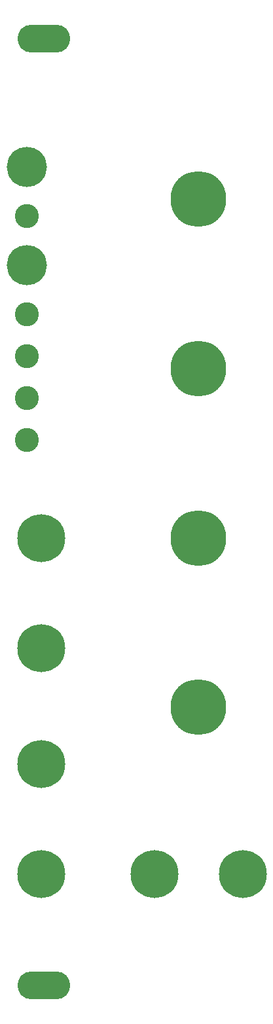
<source format=gbr>
%TF.GenerationSoftware,KiCad,Pcbnew,(6.0.0)*%
%TF.CreationDate,2022-12-11T11:54:41+01:00*%
%TF.ProjectId,Apeks Panel,4170656b-7320-4506-916e-656c2e6b6963,rev?*%
%TF.SameCoordinates,Original*%
%TF.FileFunction,Copper,L2,Bot*%
%TF.FilePolarity,Positive*%
%FSLAX46Y46*%
G04 Gerber Fmt 4.6, Leading zero omitted, Abs format (unit mm)*
G04 Created by KiCad (PCBNEW (6.0.0)) date 2022-12-11 11:54:41*
%MOMM*%
%LPD*%
G01*
G04 APERTURE LIST*
%TA.AperFunction,ComponentPad*%
%ADD10C,7.200000*%
%TD*%
%TA.AperFunction,ComponentPad*%
%ADD11C,6.200000*%
%TD*%
%TA.AperFunction,ComponentPad*%
%ADD12C,5.200000*%
%TD*%
%TA.AperFunction,ComponentPad*%
%ADD13C,3.100000*%
%TD*%
%TA.AperFunction,WasherPad*%
%ADD14O,6.800000X3.600000*%
%TD*%
G04 APERTURE END LIST*
D10*
%TO.P,Ref\u002A\u002A,17*%
%TO.N,N/C*%
X107300001Y-59530001D03*
%TO.P,Ref\u002A\u002A,16*%
X107300001Y-81439999D03*
%TO.P,Ref\u002A\u002A,15*%
X107300001Y-103349998D03*
%TO.P,Ref\u002A\u002A,14*%
X107300001Y-125260002D03*
D11*
%TO.P,Ref\u002A\u002A,13*%
X113010000Y-146850000D03*
%TO.P,Ref\u002A\u002A,12*%
X101580000Y-146850000D03*
D12*
%TO.P,Ref\u002A\u002A,11*%
X85070000Y-55400000D03*
D13*
%TO.P,Ref\u002A\u002A,10*%
X85070000Y-61750000D03*
D12*
%TO.P,Ref\u002A\u002A,9*%
X85070000Y-68099998D03*
D13*
%TO.P,Ref\u002A\u002A,8*%
X85070000Y-74450001D03*
%TO.P,Ref\u002A\u002A,7*%
X85070000Y-79849998D03*
%TO.P,Ref\u002A\u002A,6*%
X85070000Y-85250000D03*
%TO.P,Ref\u002A\u002A,5*%
X85070000Y-90650002D03*
D11*
%TO.P,Ref\u002A\u002A,4*%
X86980000Y-103349998D03*
%TO.P,Ref\u002A\u002A,3*%
X86980000Y-117639999D03*
%TO.P,Ref\u002A\u002A,2*%
X86980000Y-132559998D03*
%TO.P,Ref\u002A\u002A,1*%
X86980000Y-146850000D03*
%TD*%
D14*
%TO.P,REF\u002A\u002A,*%
%TO.N,*%
X87300000Y-161250000D03*
%TD*%
%TO.P,REF\u002A\u002A,*%
%TO.N,*%
X87300000Y-38750000D03*
%TD*%
M02*

</source>
